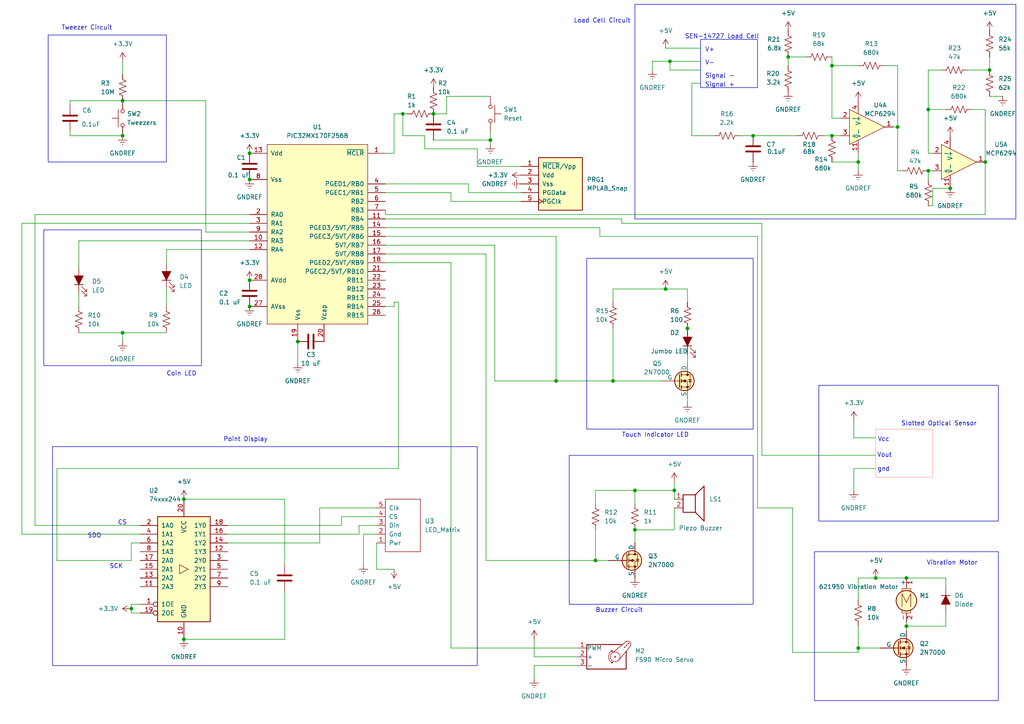
<source format=kicad_sch>
(kicad_sch (version 20231120) (generator "eeschema") (generator_version "8.0")
  (paper "A4")
  (lib_symbols
    (symbol "+3.3V_1" (power) (pin_numbers hide) (pin_names (offset 0) hide)
      (property "Value" "+3.3V" (at 0 3.556 0))
      (symbol "+3.3V_1_0_1"
        (polyline (pts (xy -0.762 1.27) (xy 0 2.54)))
        (polyline (pts (xy 0 0) (xy 0 2.54)))
        (polyline (pts (xy 0 2.54) (xy 0.762 1.27)))
      )
      (symbol "+3.3V_1_1_1"
        (pin power_in line (at 0 0 90) (length 0) (name "~") (number "1"))
      )
    )
    (symbol "+5V_1" (power) (pin_numbers hide) (pin_names (offset 0) hide)
      (property "Value" "+5V" (at 0 3.556 0))
      (symbol "+5V_1_0_1"
        (polyline (pts (xy -0.762 1.27) (xy 0 2.54)))
        (polyline (pts (xy 0 0) (xy 0 2.54)))
        (polyline (pts (xy 0 2.54) (xy 0.762 1.27)))
      )
      (symbol "+5V_1_1_1"
        (pin power_in line (at 0 0 90) (length 0) (name "~") (number "1"))
      )
    )
    (symbol "+5V_2" (power) (pin_numbers hide) (pin_names (offset 0) hide)
      (property "Value" "+5V" (at 0 3.556 0))
      (symbol "+5V_2_0_1"
        (polyline (pts (xy -0.762 1.27) (xy 0 2.54)))
        (polyline (pts (xy 0 0) (xy 0 2.54)))
        (polyline (pts (xy 0 2.54) (xy 0.762 1.27)))
      )
      (symbol "+5V_2_1_1"
        (pin power_in line (at 0 0 90) (length 0) (name "~") (number "1"))
      )
    )
    (symbol "+5V_3" (power) (pin_numbers hide) (pin_names (offset 0) hide)
      (property "Value" "+5V" (at 0 3.556 0))
      (symbol "+5V_3_0_1"
        (polyline (pts (xy -0.762 1.27) (xy 0 2.54)))
        (polyline (pts (xy 0 0) (xy 0 2.54)))
        (polyline (pts (xy 0 2.54) (xy 0.762 1.27)))
      )
      (symbol "+5V_3_1_1"
        (pin power_in line (at 0 0 90) (length 0) (name "~") (number "1"))
      )
    )
    (symbol "+5V_4" (power) (pin_numbers hide) (pin_names (offset 0) hide)
      (property "Value" "+5V" (at 0 3.556 0))
      (symbol "+5V_4_0_1"
        (polyline (pts (xy -0.762 1.27) (xy 0 2.54)))
        (polyline (pts (xy 0 0) (xy 0 2.54)))
        (polyline (pts (xy 0 2.54) (xy 0.762 1.27)))
      )
      (symbol "+5V_4_1_1"
        (pin power_in line (at 0 0 90) (length 0) (name "~") (number "1"))
      )
    )
    (symbol "GNDREF_1" (power) (pin_numbers hide) (pin_names (offset 0) hide)
      (property "Value" "GNDREF" (at 0 -3.81 0))
      (symbol "GNDREF_1_0_1"
        (polyline (pts (xy -0.635 -1.905) (xy 0.635 -1.905)))
        (polyline (pts (xy -0.127 -2.54) (xy 0.127 -2.54)))
        (polyline (pts (xy 0 -1.27) (xy 0 0)))
        (polyline (pts (xy 1.27 -1.27) (xy -1.27 -1.27)))
      )
      (symbol "GNDREF_1_1_1"
        (pin power_in line (at 0 0 270) (length 0) (name "~") (number "1"))
      )
    )
    (symbol "GNDREF_2" (power) (pin_numbers hide) (pin_names (offset 0) hide)
      (property "Value" "GNDREF" (at 0 -3.81 0))
      (symbol "GNDREF_2_0_1"
        (polyline (pts (xy -0.635 -1.905) (xy 0.635 -1.905)))
        (polyline (pts (xy -0.127 -2.54) (xy 0.127 -2.54)))
        (polyline (pts (xy 0 -1.27) (xy 0 0)))
        (polyline (pts (xy 1.27 -1.27) (xy -1.27 -1.27)))
      )
      (symbol "GNDREF_2_1_1"
        (pin power_in line (at 0 0 270) (length 0) (name "~") (number "1"))
      )
    )
    (symbol "GNDREF_3" (power) (pin_numbers hide) (pin_names (offset 0) hide)
      (property "Value" "GNDREF" (at 0 -3.81 0))
      (symbol "GNDREF_3_0_1"
        (polyline (pts (xy -0.635 -1.905) (xy 0.635 -1.905)))
        (polyline (pts (xy -0.127 -2.54) (xy 0.127 -2.54)))
        (polyline (pts (xy 0 -1.27) (xy 0 0)))
        (polyline (pts (xy 1.27 -1.27) (xy -1.27 -1.27)))
      )
      (symbol "GNDREF_3_1_1"
        (pin power_in line (at 0 0 270) (length 0) (name "~") (number "1"))
      )
    )
    (symbol "GNDREF_4" (power) (pin_numbers hide) (pin_names (offset 0) hide)
      (property "Value" "GNDREF" (at 0 -3.81 0))
      (symbol "GNDREF_4_0_1"
        (polyline (pts (xy -0.635 -1.905) (xy 0.635 -1.905)))
        (polyline (pts (xy -0.127 -2.54) (xy 0.127 -2.54)))
        (polyline (pts (xy 0 -1.27) (xy 0 0)))
        (polyline (pts (xy 1.27 -1.27) (xy -1.27 -1.27)))
      )
      (symbol "GNDREF_4_1_1"
        (pin power_in line (at 0 0 270) (length 0) (name "~") (number "1"))
      )
    )
    (symbol "GNDREF_5" (power) (pin_numbers hide) (pin_names (offset 0) hide)
      (property "Value" "GNDREF" (at 0 -3.81 0))
      (symbol "GNDREF_5_0_1"
        (polyline (pts (xy -0.635 -1.905) (xy 0.635 -1.905)))
        (polyline (pts (xy -0.127 -2.54) (xy 0.127 -2.54)))
        (polyline (pts (xy 0 -1.27) (xy 0 0)))
        (polyline (pts (xy 1.27 -1.27) (xy -1.27 -1.27)))
      )
      (symbol "GNDREF_5_1_1"
        (pin power_in line (at 0 0 270) (length 0) (name "~") (number "1"))
      )
    )
    (symbol "ME218_BaseLib:74xxx244" (pin_names (offset 1.016))
      (property "Reference" "U" (at -7.62 16.51 0))
      (property "Value" "74xxx244" (at -7.62 -16.51 0))
      (symbol "74xxx244_1_0"
        (polyline (pts (xy 1.27 0) (xy -1.27 1.27) (xy -1.27 -1.27) (xy 1.27 0)) (stroke (width 0.1524)))
        (pin input inverted (at -12.7 -10.16 0) (length 5.08) (name "1OE") (number "1"))
        (pin power_in line (at 0 -20.32 90) (length 5.08) (name "GND") (number "10"))
        (pin input line (at -12.7 -5.08 0) (length 5.08) (name "2A3") (number "11"))
        (pin output line (at 12.7 5.08 180) (length 5.08) (name "1Y3") (number "12"))
        (pin input line (at -12.7 -2.54 0) (length 5.08) (name "2A2") (number "13"))
        (pin output line (at 12.7 7.62 180) (length 5.08) (name "1Y2") (number "14"))
        (pin input line (at -12.7 0 0) (length 5.08) (name "2A1") (number "15"))
        (pin output line (at 12.7 10.16 180) (length 5.08) (name "1Y1") (number "16"))
        (pin input line (at -12.7 2.54 0) (length 5.08) (name "2A0") (number "17"))
        (pin output line (at 12.7 12.7 180) (length 5.08) (name "1Y0") (number "18"))
        (pin input inverted (at -12.7 -12.7 0) (length 5.08) (name "2OE") (number "19"))
        (pin input line (at -12.7 12.7 0) (length 5.08) (name "1A0") (number "2"))
        (pin power_in line (at 0 20.32 270) (length 5.08) (name "VCC") (number "20"))
        (pin output line (at 12.7 2.54 180) (length 5.08) (name "2Y0") (number "3"))
        (pin input line (at -12.7 10.16 0) (length 5.08) (name "1A1") (number "4"))
        (pin output line (at 12.7 0 180) (length 5.08) (name "2Y1") (number "5"))
        (pin input line (at -12.7 7.62 0) (length 5.08) (name "1A2") (number "6"))
        (pin output line (at 12.7 -2.54 180) (length 5.08) (name "2Y2") (number "7"))
        (pin input line (at -12.7 5.08 0) (length 5.08) (name "1A3") (number "8"))
        (pin output line (at 12.7 -5.08 180) (length 5.08) (name "2Y3") (number "9"))
      )
      (symbol "74xxx244_1_1"
        (rectangle (start -7.62 15.24) (end 7.62 -15.24) (stroke (width 0.254)) (fill (type background)))
      )
    )
    (symbol "ME218_BaseLib:Cap" (pin_numbers hide) (pin_names (offset 0.254))
      (property "Reference" "C" (at 0.635 2.54 0))
      (property "Value" "Cap" (at 0.635 -2.54 0))
      (symbol "Cap_0_1"
        (polyline (pts (xy -2.032 -0.762) (xy 2.032 -0.762)) (stroke (width 0.508)))
        (polyline (pts (xy -2.032 0.762) (xy 2.032 0.762)) (stroke (width 0.508)))
      )
      (symbol "Cap_1_1"
        (pin passive line (at 0 3.81 270) (length 2.794) (name "~") (number "1"))
        (pin passive line (at 0 -3.81 90) (length 2.794) (name "~") (number "2"))
      )
    )
    (symbol "ME218_BaseLib:Diode" (pin_numbers hide) (pin_names (offset 1.016) hide)
      (property "Reference" "D" (at 0 2.54 0))
      (property "Value" "Diode" (at 0 -2.54 0))
      (symbol "Diode_0_1"
        (polyline (pts (xy -1.27 1.27) (xy -1.27 -1.27)) (stroke (width 0.2032)))
        (polyline (pts (xy 1.27 0) (xy -1.27 0)))
        (polyline (pts (xy 1.27 1.27) (xy 1.27 -1.27) (xy -1.27 0) (xy 1.27 1.27)) (stroke (width 0.2032)) (fill (type outline)))
      )
      (symbol "Diode_1_1"
        (pin passive line (at -3.81 0 0) (length 2.54) (name "K") (number "1"))
        (pin passive line (at 3.81 0 180) (length 2.54) (name "A") (number "2"))
      )
    )
    (symbol "ME218_BaseLib:LED" (pin_numbers hide) (pin_names (offset 1.016) hide)
      (property "Reference" "D" (at 0 2.54 0))
      (property "Value" "LED" (at 0 -2.54 0))
      (symbol "LED_0_1"
        (polyline (pts (xy -1.27 -1.27) (xy -1.27 1.27)) (stroke (width 0.2032)))
        (polyline (pts (xy -1.27 0) (xy 1.27 0)))
        (polyline (pts (xy 1.27 -1.27) (xy 1.27 1.27) (xy -1.27 0) (xy 1.27 -1.27)) (stroke (width 0.2032)) (fill (type outline)))
        (polyline (pts (xy -3.048 -0.762) (xy -4.572 -2.286) (xy -3.81 -2.286) (xy -4.572 -2.286) (xy -4.572 -1.524)))
        (polyline (pts (xy -1.778 -0.762) (xy -3.302 -2.286) (xy -2.54 -2.286) (xy -3.302 -2.286) (xy -3.302 -1.524)))
      )
      (symbol "LED_1_1"
        (pin passive line (at -3.81 0 0) (length 2.54) (name "K") (number "1"))
        (pin passive line (at 3.81 0 180) (length 2.54) (name "A") (number "2"))
      )
    )
    (symbol "ME218_BaseLib:LED_Matrix" (pin_names (offset 1.016))
      (property "Reference" "U" (at 1.27 17.78 0))
      (property "Value" "LED_Matrix" (at 5.08 0 0))
      (symbol "LED_Matrix_0_1"
        (rectangle (start 0 16.51) (end 10.16 1.27))
      )
      (symbol "LED_Matrix_1_1"
        (pin power_in line (at 12.7 13.97 180) (length 2.54) (name "Pwr") (number "1"))
        (pin power_in line (at 12.7 11.43 180) (length 2.54) (name "Gnd") (number "2"))
        (pin input line (at 12.7 8.89 180) (length 2.54) (name "Din") (number "3"))
        (pin input line (at 12.7 6.35 180) (length 2.54) (name "CS") (number "4"))
        (pin input line (at 12.7 3.81 180) (length 2.54) (name "Clk") (number "5"))
      )
    )
    (symbol "ME218_BaseLib:MCP6294"
      (property "Reference" "U" (at 1.27 5.08 0))
      (property "Value" "MCP6294" (at 3.81 -5.08 0))
      (symbol "MCP6294_0_1"
        (polyline (pts (xy -5.08 5.08) (xy 5.08 0) (xy -5.08 -5.08) (xy -5.08 5.08)) (stroke (width 0.1524)) (fill (type background)))
        (pin power_in line (at -2.54 -7.62 90) (length 3.81) (name "V-") (number "11"))
        (pin power_in line (at -2.54 7.62 270) (length 3.81) (name "V+") (number "4"))
      )
      (symbol "MCP6294_1_1"
        (pin output line (at 7.62 0 180) (length 2.54) (name "~") (number "1"))
        (pin input line (at -7.62 2.54 0) (length 2.54) (name "-") (number "2"))
        (pin input line (at -7.62 -2.54 0) (length 2.54) (name "+") (number "3"))
      )
      (symbol "MCP6294_2_1"
        (pin input line (at -7.62 -2.54 0) (length 2.54) (name "+") (number "5"))
        (pin input line (at -7.62 2.54 0) (length 2.54) (name "-") (number "6"))
        (pin output line (at 7.62 0 180) (length 2.54) (name "~") (number "7"))
      )
      (symbol "MCP6294_3_1"
        (pin input line (at -7.62 -2.54 0) (length 2.54) (name "+") (number "10"))
        (pin output line (at 7.62 0 180) (length 2.54) (name "~") (number "8"))
        (pin input line (at -7.62 2.54 0) (length 2.54) (name "-") (number "9"))
      )
      (symbol "MCP6294_4_1"
        (pin input line (at -7.62 -2.54 0) (length 2.54) (name "+") (number "12"))
        (pin input line (at -7.62 2.54 0) (length 2.54) (name "-") (number "13"))
        (pin output line (at 7.62 0 180) (length 2.54) (name "~") (number "14"))
      )
    )
    (symbol "ME218_BaseLib:MOSFET-N" (pin_numbers hide) (pin_names (offset 0))
      (property "Reference" "Q" (at 5.08 1.27 0))
      (property "Value" "MOSFET-N" (at 5.08 -1.27 0))
      (symbol "MOSFET-N_0_1"
        (polyline (pts (xy 0.0508 0) (xy 0.254 0)))
        (polyline (pts (xy 0.762 -1.778) (xy 2.54 -1.778)))
        (polyline (pts (xy 0.762 -1.27) (xy 0.762 -2.286)) (stroke (width 0.254)))
        (polyline (pts (xy 0.762 0) (xy 2.54 0)))
        (polyline (pts (xy 0.762 0.508) (xy 0.762 -0.508)) (stroke (width 0.254)))
        (polyline (pts (xy 0.762 1.778) (xy 2.54 1.778)))
        (polyline (pts (xy 0.762 2.286) (xy 0.762 1.27)) (stroke (width 0.254)))
        (polyline (pts (xy 2.54 -1.778) (xy 2.54 -2.54)))
        (polyline (pts (xy 2.54 -1.778) (xy 2.54 0)))
        (polyline (pts (xy 2.54 2.54) (xy 2.54 1.778)))
        (polyline (pts (xy 0.254 1.905) (xy 0.254 -1.905) (xy 0.254 -1.905)) (stroke (width 0.254)))
        (polyline (pts (xy 1.016 0) (xy 2.032 0.381) (xy 2.032 -0.381) (xy 1.016 0)) (fill (type outline)))
        (polyline (pts (xy 2.54 -1.778) (xy 3.302 -1.778) (xy 3.302 1.778) (xy 2.54 1.778)))
        (polyline (pts (xy 2.794 0.508) (xy 2.921 0.381) (xy 3.683 0.381) (xy 3.81 0.254)))
        (polyline (pts (xy 3.302 0.381) (xy 2.921 -0.254) (xy 3.683 -0.254) (xy 3.302 0.381)))
        (circle (center 1.651 0) (radius 2.8194) (stroke (width 0.254)) (fill (type background)))
        (circle (center 2.54 -1.778) (radius 0.2794) (fill (type outline)))
        (circle (center 2.54 1.778) (radius 0.2794) (fill (type outline)))
      )
      (symbol "MOSFET-N_1_1"
        (pin passive line (at 2.54 5.08 270) (length 2.54) (name "D") (number "1"))
        (pin input line (at -5.08 0 0) (length 5.08) (name "G") (number "2"))
        (pin passive line (at 2.54 -5.08 90) (length 2.54) (name "S") (number "3"))
      )
    )
    (symbol "ME218_BaseLib:MPLAB_Snap" (pin_names (offset 1.016))
      (property "Reference" "PRG" (at 0 8.89 0))
      (property "Value" "MPLAB_Snap" (at 8.89 1.27 90))
      (symbol "MPLAB_Snap_0_1"
        (rectangle (start -6.35 7.62) (end 6.35 -7.62) (stroke (width 0.254)) (fill (type background)))
      )
      (symbol "MPLAB_Snap_1_1"
        (pin output line (at -11.43 5.08 0) (length 5.08) (name "~{MCLR}/Vpp") (number "1"))
        (pin input line (at -11.43 2.54 0) (length 5.08) (name "Vdd") (number "2"))
        (pin input line (at -11.43 0 0) (length 5.08) (name "Vss") (number "3"))
        (pin bidirectional line (at -11.43 -2.54 0) (length 5.08) (name "PGData") (number "4"))
        (pin output clock (at -11.43 -5.08 0) (length 5.08) (name "PGClk") (number "5"))
        (pin no_connect line (at -2.54 -11.43 0) (length 5.08) hide (name "NC") (number "6"))
        (pin no_connect line (at -2.54 -13.97 0) (length 5.08) hide (name "NC") (number "7"))
        (pin no_connect line (at -2.54 -16.51 0) (length 5.08) hide (name "NC") (number "8"))
      )
    )
    (symbol "ME218_BaseLib:Motor" (pin_names (offset 0))
      (property "Reference" "M" (at 2.54 2.54 0))
      (property "Value" "Motor" (at 2.54 -5.08 0))
      (symbol "Motor_0_0"
        (circle (center 0 -1.524) (radius 2.9718) (stroke (width 0.254)) (fill (type background)))
        (polyline (pts (xy -1.27 -4.318) (xy -1.27 -5.08) (xy 1.27 -5.08) (xy 1.27 -4.318)) (fill (type background)))
        (polyline (pts (xy -1.27 1.27) (xy -1.27 2.032) (xy 1.27 2.032) (xy 1.27 1.27)) (fill (type background)))
        (polyline (pts (xy -1.27 -3.302) (xy -1.27 0.508) (xy 0 -2.032) (xy 1.27 0.508) (xy 1.27 -3.302)))
      )
      (symbol "Motor_0_1"
        (polyline (pts (xy 0 2.032) (xy 0 2.54)))
      )
      (symbol "Motor_1_1"
        (pin passive line (at 0 5.08 270) (length 2.54) (name "+") (number "1"))
        (pin passive line (at 0 -7.62 90) (length 2.54) (name "-") (number "2"))
      )
    )
    (symbol "ME218_BaseLib:Motor_Servo" (pin_names (offset 0.0254))
      (property "Reference" "M" (at -5.08 4.445 0))
      (property "Value" "Motor_Servo" (at -5.08 -4.064 0))
      (symbol "Motor_Servo_0_1"
        (polyline (pts (xy 2.413 -1.778) (xy 2.032 -1.778)))
        (polyline (pts (xy 2.413 -1.778) (xy 2.286 -1.397)))
        (polyline (pts (xy 2.413 1.778) (xy 1.905 1.778)))
        (polyline (pts (xy 2.413 1.778) (xy 2.286 1.397)))
        (polyline (pts (xy 6.35 4.445) (xy 2.54 1.27)))
        (polyline (pts (xy 7.62 3.175) (xy 4.191 -1.016)))
        (polyline (pts (xy 5.08 3.556) (xy -5.08 3.556) (xy -5.08 -3.556) (xy 6.35 -3.556) (xy 6.35 1.524)) (stroke (width 0.254)))
        (arc (start 2.413 1.778) (mid 1.2406 0) (end 2.413 -1.778))
        (circle (center 3.175 0) (radius 0.1778))
        (circle (center 3.175 0) (radius 1.4224))
        (circle (center 5.969 2.794) (radius 0.127))
        (circle (center 6.477 3.302) (radius 0.127))
        (circle (center 6.985 3.81) (radius 0.127))
        (arc (start 7.62 3.175) (mid 7.4485 4.2735) (end 6.35 4.445))
      )
      (symbol "Motor_Servo_1_1"
        (pin passive line (at -7.62 2.54 0) (length 2.54) (name "PWM") (number "1"))
        (pin passive line (at -7.62 0 0) (length 2.54) (name "+") (number "2"))
        (pin passive line (at -7.62 -2.54 0) (length 2.54) (name "-") (number "3"))
      )
    )
    (symbol "ME218_BaseLib:PIC32MX170F256B" (pin_names (offset 1.016))
      (property "Reference" "U" (at -20.32 25.4 0))
      (property "Value" "PIC32MX170F256B" (at -7.62 25.4 0))
      (symbol "PIC32MX170F256B_0_1"
        (rectangle (start -21.59 24.13) (end 7.62 -27.94) (fill (type background)))
      )
      (symbol "PIC32MX170F256B_1_1"
        (pin input line (at 12.7 21.59 180) (length 5.08) (name "~{MCLR}") (number "1"))
        (pin bidirectional line (at -26.67 -3.81 0) (length 5.08) (name "RA3") (number "10"))
        (pin bidirectional line (at 12.7 2.54 180) (length 5.08) (name "RB4") (number "11"))
        (pin bidirectional line (at -26.67 -6.35 0) (length 5.08) (name "RA4") (number "12"))
        (pin power_in line (at -26.67 21.59 0) (length 5.08) (name "Vdd") (number "13"))
        (pin bidirectional line (at 12.7 0 180) (length 5.08) (name "PGED3/5VT/RB5") (number "14"))
        (pin bidirectional line (at 12.7 -2.54 180) (length 5.08) (name "PGEC3/5VT/RB6") (number "15"))
        (pin bidirectional line (at 12.7 -5.08 180) (length 5.08) (name "5VT/RB7") (number "16"))
        (pin bidirectional line (at 12.7 -7.62 180) (length 5.08) (name "5VT/RB8") (number "17"))
        (pin bidirectional line (at 12.7 -10.16 180) (length 5.08) (name "PGED2/5VT/RB9") (number "18"))
        (pin power_in line (at -12.7 -33.02 90) (length 5.08) (name "Vss") (number "19"))
        (pin bidirectional line (at -26.67 3.81 0) (length 5.08) (name "RA0") (number "2"))
        (pin input line (at -5.08 -33.02 90) (length 5.08) (name "Vcap") (number "20"))
        (pin bidirectional line (at 12.7 -12.7 180) (length 5.08) (name "PGEC2/5VT/RB10") (number "21"))
        (pin bidirectional line (at 12.7 -15.24 180) (length 5.08) (name "RB11") (number "22"))
        (pin bidirectional line (at 12.7 -17.78 180) (length 5.08) (name "RB12") (number "23"))
        (pin bidirectional line (at 12.7 -20.32 180) (length 5.08) (name "RB13") (number "24"))
        (pin bidirectional line (at 12.7 -22.86 180) (length 5.08) (name "RB14") (number "25"))
        (pin bidirectional line (at 12.7 -25.4 180) (length 5.08) (name "RB15") (number "26"))
        (pin power_in line (at -26.67 -22.86 0) (length 5.08) (name "AVss") (number "27"))
        (pin power_in line (at -26.67 -15.24 0) (length 5.08) (name "AVdd") (number "28"))
        (pin bidirectional line (at -26.67 1.27 0) (length 5.08) (name "RA1") (number "3"))
        (pin bidirectional line (at 12.7 12.7 180) (length 5.08) (name "PGED1/RB0") (number "4"))
        (pin bidirectional line (at 12.7 10.16 180) (length 5.08) (name "PGEC1/RB1") (number "5"))
        (pin bidirectional line (at 12.7 7.62 180) (length 5.08) (name "RB2") (number "6"))
        (pin bidirectional line (at 12.7 5.08 180) (length 5.08) (name "RB3") (number "7"))
        (pin power_in line (at -26.67 13.97 0) (length 5.08) (name "Vss") (number "8"))
        (pin bidirectional line (at -26.67 -1.27 0) (length 5.08) (name "RA2") (number "9"))
      )
    )
    (symbol "ME218_BaseLib:Res1" (pin_numbers hide) (pin_names (offset 0))
      (property "Reference" "R" (at 2.54 0 90))
      (property "Value" "Res1" (at -2.54 0 90))
      (symbol "Res1_0_1"
        (polyline (pts (xy 0 -2.286) (xy 0 -2.54)))
        (polyline (pts (xy 0 2.286) (xy 0 2.54)))
        (polyline (pts (xy 0 -0.762) (xy 1.016 -1.143) (xy 0 -1.524) (xy -1.016 -1.905) (xy 0 -2.286)))
        (polyline (pts (xy 0 0.762) (xy 1.016 0.381) (xy 0 0) (xy -1.016 -0.381) (xy 0 -0.762)))
        (polyline (pts (xy 0 2.286) (xy 1.016 1.905) (xy 0 1.524) (xy -1.016 1.143) (xy 0 0.762)))
      )
      (symbol "Res1_1_1"
        (pin passive line (at 0 3.81 270) (length 1.27) (name "~") (number "1"))
        (pin passive line (at 0 -3.81 90) (length 1.27) (name "~") (number "2"))
      )
    )
    (symbol "ME218_BaseLib:SW-PB" (pin_numbers hide) (pin_names (offset 1.016) hide)
      (property "Reference" "SW" (at 1.27 2.54 0))
      (property "Value" "SW-PB" (at 0 -1.524 0))
      (symbol "SW-PB_0_1"
        (circle (center -2.032 0) (radius 0.508))
        (polyline (pts (xy 0 1.27) (xy 0 3.048)))
        (polyline (pts (xy 2.54 1.27) (xy -2.54 1.27)))
        (circle (center 2.032 0) (radius 0.508))
        (pin passive line (at -5.08 0 0) (length 2.54) (name "1") (number "1"))
        (pin passive line (at 5.08 0 180) (length 2.54) (name "2") (number "2"))
      )
    )
    (symbol "ME218_BaseLib:Speaker" (pin_names (offset 0) hide)
      (property "Reference" "LS" (at 1.27 5.715 0))
      (property "Value" "Speaker" (at 1.27 3.81 0))
      (symbol "Speaker_0_0"
        (rectangle (start -2.54 1.27) (end 1.016 -3.81) (stroke (width 0.254)))
        (polyline (pts (xy 1.016 1.27) (xy 3.556 3.81) (xy 3.556 -6.35) (xy 1.016 -3.81)) (stroke (width 0.254)))
      )
      (symbol "Speaker_1_1"
        (pin input line (at -5.08 0 0) (length 2.54) (name "1") (number "1"))
        (pin input line (at -5.08 -2.54 0) (length 2.54) (name "2") (number "2"))
      )
    )
    (symbol "power:+3.3V" (power) (pin_names (offset 0))
      (property "Value" "+3.3V" (at 0 3.556 0))
      (symbol "+3.3V_0_1"
        (polyline (pts (xy -0.762 1.27) (xy 0 2.54)))
        (polyline (pts (xy 0 0) (xy 0 2.54)))
        (polyline (pts (xy 0 2.54) (xy 0.762 1.27)))
      )
      (symbol "+3.3V_1_1"
        (pin power_in line (at 0 0 90) (length 0) hide (name "+3.3V") (number "1"))
      )
    )
    (symbol "power:+5V" (power) (pin_names (offset 0))
      (property "Value" "+5V" (at 0 3.556 0))
      (symbol "+5V_0_1"
        (polyline (pts (xy -0.762 1.27) (xy 0 2.54)))
        (polyline (pts (xy 0 0) (xy 0 2.54)))
        (polyline (pts (xy 0 2.54) (xy 0.762 1.27)))
      )
      (symbol "+5V_1_1"
        (pin power_in line (at 0 0 90) (length 0) hide (name "+5V") (number "1"))
      )
    )
    (symbol "power:GNDREF" (power) (pin_names (offset 0))
      (property "Value" "GNDREF" (at 0 -3.81 0))
      (symbol "GNDREF_0_1"
        (polyline (pts (xy -0.635 -1.905) (xy 0.635 -1.905)))
        (polyline (pts (xy -0.127 -2.54) (xy 0.127 -2.54)))
        (polyline (pts (xy 0 -1.27) (xy 0 0)))
        (polyline (pts (xy 1.27 -1.27) (xy -1.27 -1.27)))
      )
      (symbol "GNDREF_1_1"
        (pin power_in line (at 0 0 270) (length 0) hide (name "GNDREF") (number "1"))
      )
    )
  )
  (junction (at 35.56 29.21))
  (junction (at 72.39 88.9))
  (junction (at 35.56 39.37))
  (junction (at 248.92 46.99))
  (junction (at 228.6 16.51))
  (junction (at 177.8 110.49))
  (junction (at 125.73 33.02))
  (junction (at 218.44 39.37))
  (junction (at 254 167.64))
  (junction (at 184.15 142.24))
  (junction (at 172.72 162.56))
  (junction (at 35.56 96.52))
  (junction (at 72.39 81.28))
  (junction (at 72.39 52.07))
  (junction (at 53.34 185.42))
  (junction (at 275.59 54.61))
  (junction (at 248.92 187.96))
  (junction (at 269.24 49.53))
  (junction (at 262.89 181.61))
  (junction (at 38.1 176.53))
  (junction (at 285.75 46.99))
  (junction (at 193.04 83.82))
  (junction (at 116.84 33.02))
  (junction (at 262.89 167.64))
  (junction (at 260.35 36.83))
  (junction (at 287.02 20.32))
  (junction (at 184.15 153.67))
  (junction (at 72.39 44.45))
  (junction (at 53.34 144.78))
  (junction (at 161.29 110.49))
  (junction (at 199.39 95.25))
  (junction (at 142.24 40.64))
  (junction (at 269.24 31.75))
  (junction (at 195.58 142.24))
  (junction (at 241.3 39.37))
  (junction (at 194.31 17.78))
  (junction (at 241.3 19.05))
  (junction (at 86.36 99.06))
  (wire (pts (xy 142.24 40.64) (xy 142.24 41.91)))
  (wire (pts (xy 72.39 62.23) (xy 10.16 62.23)))
  (wire (pts (xy 199.39 102.87) (xy 199.39 105.41)))
  (wire (pts (xy 191.77 110.49) (xy 177.8 110.49)))
  (wire (pts (xy 241.3 19.05) (xy 248.92 19.05)))
  (wire (pts (xy 111.76 73.66) (xy 140.97 73.66)))
  (wire (pts (xy 269.24 52.07) (xy 269.24 49.53)))
  (wire (pts (xy 229.87 147.32) (xy 229.87 189.23)))
  (wire (pts (xy 274.32 181.61) (xy 262.89 181.61)))
  (wire (pts (xy 109.22 154.94) (xy 105.41 154.94)))
  (wire (pts (xy 241.3 34.29) (xy 243.84 34.29)))
  (wire (pts (xy 82.55 163.83) (xy 82.55 144.78)))
  (wire (pts (xy 115.57 135.89) (xy 115.57 87.63)))
  (wire (pts (xy 269.24 44.45) (xy 269.24 31.75)))
  (wire (pts (xy 161.29 110.49) (xy 177.8 110.49)))
  (wire (pts (xy 154.94 193.04) (xy 154.94 196.85)))
  (wire (pts (xy 269.24 59.69) (xy 270.51 59.69)))
  (wire (pts (xy 154.94 190.5) (xy 167.64 190.5)))
  (wire (pts (xy 199.39 95.25) (xy 199.39 97.79)))
  (wire (pts (xy 199.39 83.82) (xy 193.04 83.82)))
  (wire (pts (xy 173.99 66.04) (xy 111.76 66.04)))
  (wire (pts (xy 248.92 189.23) (xy 248.92 187.96)))
  (wire (pts (xy 82.55 144.78) (xy 53.34 144.78)))
  (wire (pts (xy 220.98 64.77) (xy 220.98 132.08)))
  (wire (pts (xy 143.51 71.12) (xy 143.51 110.49)))
  (wire (pts (xy 22.86 85.09) (xy 22.86 88.9)))
  (wire (pts (xy 260.35 36.83) (xy 259.08 36.83)))
  (wire (pts (xy 280.67 20.32) (xy 287.02 20.32)))
  (wire (pts (xy 92.71 147.32) (xy 109.22 147.32)))
  (wire (pts (xy 262.89 180.34) (xy 262.89 181.61)))
  (wire (pts (xy 22.86 69.85) (xy 22.86 77.47)))
  (wire (pts (xy 269.24 49.53) (xy 270.51 49.53)))
  (wire (pts (xy 241.3 19.05) (xy 241.3 34.29)))
  (wire (pts (xy 195.58 142.24) (xy 184.15 142.24)))
  (wire (pts (xy 142.24 27.94) (xy 129.54 27.94)))
  (wire (pts (xy 114.3 87.63) (xy 114.3 88.9)))
  (wire (pts (xy 114.3 44.45) (xy 111.76 44.45)))
  (wire (pts (xy 254 135.89) (xy 247.65 135.89)))
  (wire (pts (xy 22.86 69.85) (xy 72.39 69.85)))
  (wire (pts (xy 99.06 152.4) (xy 99.06 149.86)))
  (wire (pts (xy 40.64 175.26) (xy 38.1 175.26)))
  (wire (pts (xy 262.89 181.61) (xy 262.89 182.88)))
  (wire (pts (xy 270.51 59.69) (xy 270.51 54.61)))
  (wire (pts (xy 16.51 135.89) (xy 115.57 135.89)))
  (wire (pts (xy 135.89 53.34) (xy 135.89 55.88)))
  (wire (pts (xy 219.71 68.58) (xy 173.99 68.58)))
  (wire (pts (xy 130.81 76.2) (xy 130.81 187.96)))
  (wire (pts (xy 104.14 152.4) (xy 109.22 152.4)))
  (wire (pts (xy 200.66 24.13) (xy 203.2 24.13)))
  (wire (pts (xy 20.32 29.21) (xy 35.56 29.21)))
  (wire (pts (xy 135.89 55.88) (xy 151.13 55.88)))
  (wire (pts (xy 248.92 167.64) (xy 248.92 173.99)))
  (wire (pts (xy 269.24 31.75) (xy 269.24 20.32)))
  (wire (pts (xy 195.58 139.7) (xy 195.58 142.24)))
  (wire (pts (xy 180.34 63.5) (xy 111.76 63.5)))
  (wire (pts (xy 285.75 31.75) (xy 285.75 46.99)))
  (wire (pts (xy 130.81 58.42) (xy 151.13 58.42)))
  (wire (pts (xy 116.84 33.02) (xy 116.84 39.37)))
  (wire (pts (xy 184.15 142.24) (xy 184.15 146.05)))
  (wire (pts (xy 6.35 64.77) (xy 72.39 64.77)))
  (wire (pts (xy 254 127) (xy 247.65 127)))
  (wire (pts (xy 48.26 76.2) (xy 48.26 72.39)))
  (wire (pts (xy 194.31 20.32) (xy 203.2 20.32)))
  (wire (pts (xy 200.66 39.37) (xy 207.01 39.37)))
  (wire (pts (xy 154.94 185.42) (xy 154.94 190.5)))
  (wire (pts (xy 48.26 83.82) (xy 48.26 88.9)))
  (wire (pts (xy 200.66 39.37) (xy 200.66 24.13)))
  (wire (pts (xy 161.29 68.58) (xy 161.29 110.49)))
  (wire (pts (xy 287.02 16.51) (xy 287.02 20.32)))
  (wire (pts (xy 10.16 62.23) (xy 10.16 152.4)))
  (wire (pts (xy 199.39 115.57) (xy 199.39 116.84)))
  (wire (pts (xy 254 167.64) (xy 262.89 167.64)))
  (wire (pts (xy 72.39 67.31) (xy 59.69 67.31)))
  (wire (pts (xy 177.8 87.63) (xy 177.8 83.82)))
  (wire (pts (xy 59.69 29.21) (xy 35.56 29.21)))
  (wire (pts (xy 189.23 17.78) (xy 189.23 20.32)))
  (wire (pts (xy 287.02 27.94) (xy 290.83 27.94)))
  (wire (pts (xy 248.92 181.61) (xy 248.92 187.96)))
  (wire (pts (xy 123.19 39.37) (xy 123.19 43.18)))
  (wire (pts (xy 111.76 53.34) (xy 135.89 53.34)))
  (wire (pts (xy 241.3 46.99) (xy 248.92 46.99)))
  (wire (pts (xy 189.23 17.78) (xy 194.31 17.78)))
  (wire (pts (xy 105.41 154.94) (xy 105.41 163.83)))
  (wire (pts (xy 260.35 49.53) (xy 261.62 49.53)))
  (wire (pts (xy 111.76 62.23) (xy 285.75 62.23)))
  (wire (pts (xy 247.65 135.89) (xy 247.65 142.24)))
  (wire (pts (xy 173.99 68.58) (xy 173.99 66.04)))
  (wire (pts (xy 114.3 33.02) (xy 116.84 33.02)))
  (wire (pts (xy 172.72 153.67) (xy 172.72 162.56)))
  (wire (pts (xy 138.43 48.26) (xy 151.13 48.26)))
  (wire (pts (xy 104.14 154.94) (xy 104.14 152.4)))
  (wire (pts (xy 241.3 16.51) (xy 241.3 19.05)))
  (wire (pts (xy 66.04 152.4) (xy 99.06 152.4)))
  (wire (pts (xy 114.3 165.1) (xy 109.22 165.1)))
  (wire (pts (xy 270.51 54.61) (xy 275.59 54.61)))
  (wire (pts (xy 111.76 68.58) (xy 161.29 68.58)))
  (wire (pts (xy 172.72 146.05) (xy 172.72 142.24)))
  (wire (pts (xy 6.35 154.94) (xy 40.64 154.94)))
  (wire (pts (xy 35.56 96.52) (xy 48.26 96.52)))
  (wire (pts (xy 40.64 157.48) (xy 38.1 157.48)))
  (wire (pts (xy 172.72 162.56) (xy 140.97 162.56)))
  (wire (pts (xy 274.32 170.18) (xy 274.32 167.64)))
  (wire (pts (xy 269.24 20.32) (xy 273.05 20.32)))
  (wire (pts (xy 219.71 147.32) (xy 229.87 147.32)))
  (wire (pts (xy 285.75 62.23) (xy 285.75 46.99)))
  (wire (pts (xy 260.35 36.83) (xy 260.35 49.53)))
  (wire (pts (xy 167.64 193.04) (xy 154.94 193.04)))
  (wire (pts (xy 260.35 19.05) (xy 260.35 36.83)))
  (wire (pts (xy 195.58 147.32) (xy 195.58 153.67)))
  (wire (pts (xy 114.3 33.02) (xy 114.3 44.45)))
  (wire (pts (xy 143.51 110.49) (xy 161.29 110.49)))
  (wire (pts (xy 115.57 87.63) (xy 114.3 87.63)))
  (wire (pts (xy 22.86 96.52) (xy 35.56 96.52)))
  (wire (pts (xy 38.1 177.8) (xy 38.1 176.53)))
  (wire (pts (xy 111.76 62.23) (xy 111.76 60.96)))
  (wire (pts (xy 172.72 142.24) (xy 184.15 142.24)))
  (wire (pts (xy 99.06 149.86) (xy 109.22 149.86)))
  (wire (pts (xy 274.32 177.8) (xy 274.32 181.61)))
  (wire (pts (xy 129.54 33.02) (xy 125.73 33.02)))
  (wire (pts (xy 241.3 39.37) (xy 243.84 39.37)))
  (wire (pts (xy 248.92 167.64) (xy 254 167.64)))
  (wire (pts (xy 195.58 153.67) (xy 184.15 153.67)))
  (wire (pts (xy 20.32 38.1) (xy 20.32 39.37)))
  (wire (pts (xy 38.1 175.26) (xy 38.1 176.53)))
  (wire (pts (xy 82.55 185.42) (xy 82.55 171.45)))
  (wire (pts (xy 116.84 39.37) (xy 123.19 39.37)))
  (wire (pts (xy 10.16 152.4) (xy 40.64 152.4)))
  (wire (pts (xy 16.51 162.56) (xy 38.1 162.56)))
  (wire (pts (xy 194.31 20.32) (xy 194.31 17.78)))
  (wire (pts (xy 123.19 43.18) (xy 138.43 43.18)))
  (wire (pts (xy 220.98 132.08) (xy 254 132.08)))
  (wire (pts (xy 66.04 154.94) (xy 104.14 154.94)))
  (wire (pts (xy 248.92 49.53) (xy 248.92 46.99)))
  (wire (pts (xy 195.58 142.24) (xy 195.58 144.78)))
  (wire (pts (xy 92.71 157.48) (xy 92.71 147.32)))
  (wire (pts (xy 35.56 96.52) (xy 35.56 99.06)))
  (wire (pts (xy 130.81 58.42) (xy 130.81 55.88)))
  (wire (pts (xy 138.43 43.18) (xy 138.43 48.26)))
  (wire (pts (xy 130.81 55.88) (xy 111.76 55.88)))
  (wire (pts (xy 20.32 29.21) (xy 20.32 30.48)))
  (wire (pts (xy 269.24 31.75) (xy 274.32 31.75)))
  (wire (pts (xy 48.26 72.39) (xy 72.39 72.39)))
  (wire (pts (xy 16.51 162.56) (xy 16.51 135.89)))
  (wire (pts (xy 20.32 39.37) (xy 35.56 39.37)))
  (wire (pts (xy 256.54 19.05) (xy 260.35 19.05)))
  (wire (pts (xy 248.92 46.99) (xy 248.92 44.45)))
  (wire (pts (xy 111.76 71.12) (xy 143.51 71.12)))
  (wire (pts (xy 228.6 16.51) (xy 228.6 19.05)))
  (wire (pts (xy 220.98 64.77) (xy 180.34 64.77)))
  (wire (pts (xy 177.8 95.25) (xy 177.8 110.49)))
  (wire (pts (xy 129.54 27.94) (xy 129.54 33.02)))
  (wire (pts (xy 140.97 162.56) (xy 140.97 73.66)))
  (wire (pts (xy 247.65 121.92) (xy 247.65 127)))
  (wire (pts (xy 38.1 157.48) (xy 38.1 162.56)))
  (wire (pts (xy 53.34 185.42) (xy 82.55 185.42)))
  (wire (pts (xy 214.63 39.37) (xy 218.44 39.37)))
  (wire (pts (xy 274.32 167.64) (xy 262.89 167.64)))
  (wire (pts (xy 130.81 187.96) (xy 167.64 187.96)))
  (wire (pts (xy 270.51 44.45) (xy 269.24 44.45)))
  (wire (pts (xy 125.73 40.64) (xy 142.24 40.64)))
  (wire (pts (xy 199.39 87.63) (xy 199.39 83.82)))
  (wire (pts (xy 218.44 39.37) (xy 231.14 39.37)))
  (wire (pts (xy 219.71 68.58) (xy 219.71 147.32)))
  (wire (pts (xy 66.04 157.48) (xy 92.71 157.48)))
  (wire (pts (xy 193.04 13.97) (xy 203.2 13.97)))
  (wire (pts (xy 116.84 33.02) (xy 118.11 33.02)))
  (wire (pts (xy 142.24 38.1) (xy 142.24 40.64)))
  (wire (pts (xy 114.3 88.9) (xy 111.76 88.9)))
  (wire (pts (xy 109.22 165.1) (xy 109.22 157.48)))
  (wire (pts (xy 172.72 162.56) (xy 176.53 162.56)))
  (wire (pts (xy 6.35 64.77) (xy 6.35 154.94)))
  (wire (pts (xy 59.69 67.31) (xy 59.69 29.21)))
  (wire (pts (xy 194.31 17.78) (xy 203.2 17.78)))
  (wire (pts (xy 184.15 153.67) (xy 184.15 157.48)))
  (wire (pts (xy 111.76 76.2) (xy 130.81 76.2)))
  (wire (pts (xy 281.94 31.75) (xy 285.75 31.75)))
  (wire (pts (xy 180.34 64.77) (xy 180.34 63.5)))
  (wire (pts (xy 40.64 177.8) (xy 38.1 177.8)))
  (wire (pts (xy 86.36 99.06) (xy 86.36 105.41)))
  (wire (pts (xy 229.87 189.23) (xy 248.92 189.23)))
  (wire (pts (xy 177.8 83.82) (xy 193.04 83.82)))
  (wire (pts (xy 248.92 187.96) (xy 255.27 187.96)))
  (wire (pts (xy 35.56 17.78) (xy 35.56 21.59)))
  (wire (pts (xy 125.73 33.02) (xy 125.73 36.83)))
  (wire (pts (xy 228.6 16.51) (xy 233.68 16.51)))
  (wire (pts (xy 238.76 39.37) (xy 241.3 39.37)))
  (rectangle (start 165.1 132.08) (end 218.44 175.26))
  (rectangle (start 203.2 11.43) (end 219.71 25.4))
  (rectangle (start 236.22 160.02) (end 289.56 203.2))
  (rectangle (start 237.49 111.76) (end 289.56 151.13))
  (rectangle (start 254 124.46) (end 270.51 138.43) (stroke (width 0.0762) (color 255 87 73 1)))
  (rectangle (start 15.24 129.54) (end 138.43 193.04))
  (rectangle (start 184.15 1.27) (end 294.64 63.5))
  (rectangle (start 12.7 66.675) (end 58.42 106.045))
  (rectangle (start 13.97 10.16) (end 48.26 46.99))
  (rectangle (start 170.18 74.93) (end 218.44 124.46))
  (text "Tweezer Circuit" (at 17.78 8.89 0) (effects (font (size 1.27 1.27)) (justify left bottom)))
  (text "Load Cell Circuit" (at 166.37 6.858 0) (effects (font (size 1.27 1.27)) (justify left bottom)))
  (text "Signal -\n" (at 204.47 22.86 0) (effects (font (size 1.27 1.27)) (justify left bottom)))
  (text "SEN-14727 Load Cell" (at 198.628 11.43 0) (effects (font (size 1.27 1.27)) (justify left bottom)))
  (text "CS" (at 36.83 152.4 0) (effects (font (size 1.27 1.27)) (justify right bottom)))
  (text "Coin LED" (at 48.26 109.22 0) (effects (font (size 1.27 1.27)) (justify left bottom)))
  (text "gnd" (at 256.286 136.144 0) (effects (font (size 1.27 1.27))))
  (text "Slotted Optical Sensor" (at 261.366 123.698 0) (effects (font (size 1.27 1.27)) (justify left bottom)))
  (text "Buzzer Circuit" (at 172.72 177.8 0) (effects (font (size 1.27 1.27)) (justify left bottom)))
  (text "Touch Indicator LED" (at 180.34 127 0) (effects (font (size 1.27 1.27)) (justify left bottom)))
  (text "Signal +" (at 204.47 25.4 0) (effects (font (size 1.27 1.27)) (justify left bottom)))
  (text "SDO\n" (at 25.4 156.21 0) (effects (font (size 1.27 1.27)) (justify left bottom)))
  (text "V-" (at 204.47 19.05 0) (effects (font (size 1.27 1.27)) (justify left bottom)))
  (text "V+" (at 204.47 15.24 0) (effects (font (size 1.27 1.27)) (justify left bottom)))
  (text "Vout" (at 256.54 132.08 0) (effects (font (size 1.27 1.27))))
  (text "Vcc" (at 256.286 127.508 0) (effects (font (size 1.27 1.27))))
  (text "Point Display" (at 64.77 128.27 0) (effects (font (size 1.27 1.27)) (justify left bottom)))
  (text "SCK" (at 31.75 165.1 0) (effects (font (size 1.27 1.27)) (justify left bottom)))
  (text "Vibration Motor" (at 268.732 164.084 0) (effects (font (size 1.27 1.27)) (justify left bottom)))
  (symbol (lib_id "ME218_BaseLib:Cap") (at 90.17 99.06 90) (unit 1)
    (property "Reference" "C3" (at 90.17 102.87 90))
    (property "Value" "10 uF" (at 90.17 105.41 90))
  )
  (symbol (lib_id "ME218_BaseLib:MOSFET-N") (at 260.35 187.96 0) (unit 1)
    (property "Reference" "Q2" (at 266.7 186.69 0) (effects (justify left)))
    (property "Value" "2N7000" (at 266.7 189.23 0) (effects (justify left)))
  )
  (symbol (lib_id "ME218_BaseLib:Cap") (at 82.55 167.64 0) (unit 1)
    (property "Reference" "C5" (at 72.39 166.37 0) (effects (justify left)))
    (property "Value" "0.1 uF" (at 72.39 168.91 0) (effects (justify left)))
  )
  (symbol (lib_id "ME218_BaseLib:Res1") (at 210.82 39.37 90) (unit 1)
    (property "Reference" "R16" (at 210.82 33.02 90))
    (property "Value" "2.2k" (at 210.82 35.56 90))
  )
  (symbol (lib_id "ME218_BaseLib:MCP6294") (at 251.46 36.83 0) (unit 1)
    (property "Reference" "U4" (at 255.27 30.48 0))
    (property "Value" "MCP6294" (at 255.27 33.02 0))
  )
  (symbol (lib_id "power:+3.3V") (at 72.39 44.45 0) (unit 1)
    (property "Reference" "#PWR01" (effects (hide yes)))
    (property "Value" "+3.3V" (at 72.39 39.37 0))
  )
  (symbol (lib_name "+5V_4") (lib_id "power:+5V") (at 193.04 13.97 0) (unit 1)
    (property "Reference" "#PWR025" (effects (hide yes)))
    (property "Value" "+5V" (at 193.04 8.89 0))
    (property "Description" "Power symbol creates a global label with name \"+5V\"" (effects (hide yes)))
  )
  (symbol (lib_id "ME218_BaseLib:LED_Matrix") (at 121.92 143.51 180) (unit 1)
    (property "Reference" "U3" (at 123.19 151.13 0) (effects (justify right)))
    (property "Value" "LED_Matrix" (at 123.19 153.67 0) (effects (justify right)))
  )
  (symbol (lib_id "ME218_BaseLib:Cap") (at 72.39 48.26 0) (unit 1)
    (property "Reference" "C1" (at 68.58 45.72 0) (effects (justify left)))
    (property "Value" "0.1 uF" (at 66.04 50.8 0) (effects (justify left)))
  )
  (symbol (lib_id "ME218_BaseLib:MCP6294") (at 278.13 46.99 0) (unit 1)
    (property "Reference" "U5" (at 290.322 41.91 0))
    (property "Value" "MCP6294" (at 290.322 44.45 0))
  )
  (symbol (lib_id "ME218_BaseLib:MOSFET-N") (at 196.85 110.49 0) (unit 1)
    (property "Reference" "Q5" (at 189.23 105.41 0) (effects (justify left)))
    (property "Value" "2N7000" (at 186.69 107.95 0) (effects (justify left)))
  )
  (symbol (lib_id "power:GNDREF") (at 142.24 41.91 0) (unit 1)
    (property "Reference" "#PWR07" (effects (hide yes)))
    (property "Value" "GNDREF" (at 142.24 46.99 0))
  )
  (symbol (lib_id "power:GNDREF") (at 35.56 39.37 0) (unit 1)
    (property "Reference" "#PWR011" (effects (hide yes)))
    (property "Value" "GNDREF" (at 35.56 44.45 0))
  )
  (symbol (lib_id "ME218_BaseLib:MPLAB_Snap") (at 162.56 53.34 0) (unit 1)
    (property "Reference" "PRG1" (at 170.18 52.07 0) (effects (justify left)))
    (property "Value" "MPLAB_Snap" (at 170.18 54.61 0) (effects (justify left)))
  )
  (symbol (lib_id "ME218_BaseLib:Motor") (at 262.89 172.72 0) (unit 1)
    (property "Reference" "M1" (at 266.7 172.72 0) (effects (justify left)))
    (property "Value" "621950 Vibration Motor" (at 237.49 170.18 0) (effects (justify left)))
  )
  (symbol (lib_id "power:+3.3V") (at 72.39 81.28 0) (unit 1)
    (property "Reference" "#PWR03" (effects (hide yes)))
    (property "Value" "+3.3V" (at 72.39 76.2 0))
  )
  (symbol (lib_id "power:+5V") (at 53.34 144.78 0) (unit 1)
    (property "Reference" "#PWR018" (effects (hide yes)))
    (property "Value" "+5V" (at 53.34 139.7 0))
  )
  (symbol (lib_name "GNDREF_2") (lib_id "power:GNDREF") (at 247.65 142.24 0) (unit 1)
    (property "Reference" "#PWR012" (effects (hide yes)))
    (property "Value" "GNDREF" (at 247.65 147.32 0))
    (property "Description" "Power symbol creates a global label with name \"GNDREF\" , reference supply ground" (effects (hide yes)))
  )
  (symbol (lib_id "ME218_BaseLib:Speaker") (at 200.66 144.78 0) (unit 1)
    (property "Reference" "LS1" (at 205.74 144.78 0) (effects (justify left)))
    (property "Value" "Piezo Buzzer" (at 196.85 153.162 0) (effects (justify left)))
  )
  (symbol (lib_id "ME218_BaseLib:Res1") (at 125.73 29.21 0) (unit 1)
    (property "Reference" "R2" (at 127 24.13 0) (effects (justify left)))
    (property "Value" "10k" (at 127 26.67 0) (effects (justify left)))
  )
  (symbol (lib_id "ME218_BaseLib:Cap") (at 125.73 36.83 0) (unit 1)
    (property "Reference" "C4" (at 129.54 35.56 0) (effects (justify left)))
    (property "Value" "0.1 uF" (at 129.54 38.1 0) (effects (justify left)))
  )
  (symbol (lib_id "ME218_BaseLib:PIC32MX170F256B") (at 99.06 66.04 0) (unit 1)
    (property "Reference" "U1" (at 92.075 36.83 0))
    (property "Value" "PIC32MX170F256B" (at 92.075 39.37 0))
  )
  (symbol (lib_id "power:+3.3V") (at 35.56 17.78 0) (unit 1)
    (property "Reference" "#PWR010" (effects (hide yes)))
    (property "Value" "+3.3V" (at 35.56 12.7 0))
  )
  (symbol (lib_id "ME218_BaseLib:Res1") (at 278.13 31.75 90) (unit 1)
    (property "Reference" "R22" (at 278.13 25.4 90))
    (property "Value" "680k" (at 278.13 27.94 90))
  )
  (symbol (lib_id "ME218_BaseLib:Res1") (at 184.15 149.86 0) (unit 1)
    (property "Reference" "R11" (at 186.69 148.59 0) (effects (justify left)))
    (property "Value" "1k" (at 186.69 151.13 0) (effects (justify left)))
  )
  (symbol (lib_id "ME218_BaseLib:74xxx244") (at 53.34 165.1 0) (unit 1)
    (property "Reference" "U2" (at 43.18 142.24 0) (effects (justify left)))
    (property "Value" "74xxx244" (at 43.18 144.78 0) (effects (justify left)))
  )
  (symbol (lib_id "power:+5V") (at 114.3 165.1 180) (unit 1)
    (property "Reference" "#PWR021" (effects (hide yes)))
    (property "Value" "+5V" (at 114.3 170.18 0))
  )
  (symbol (lib_id "power:+5V") (at 248.92 29.21 0) (unit 1)
    (property "Reference" "#PWR027" (effects (hide yes)))
    (property "Value" "+5V" (at 248.92 24.13 0))
  )
  (symbol (lib_id "ME218_BaseLib:LED") (at 22.86 81.28 90) (unit 1)
    (property "Reference" "D5" (at 26.67 81.6102 90) (effects (justify right)))
    (property "Value" "LED" (at 26.67 84.1502 90) (effects (justify right)))
  )
  (symbol (lib_id "ME218_BaseLib:SW-PB") (at 35.56 34.29 90) (unit 1)
    (property "Reference" "SW2" (at 36.83 33.02 90) (effects (justify right)))
    (property "Value" "Tweezers" (at 36.83 35.56 90) (effects (justify right)))
  )
  (symbol (lib_name "+5V_2") (lib_id "power:+5V") (at 275.59 39.37 0) (unit 1)
    (property "Reference" "#PWR036" (effects (hide yes)))
    (property "Value" "+5V" (at 275.59 34.29 0))
    (property "Description" "Power symbol creates a global label with name \"+5V\"" (effects (hide yes)))
  )
  (symbol (lib_id "ME218_BaseLib:Res1") (at 234.95 39.37 90) (unit 1)
    (property "Reference" "R18" (at 234.696 41.91 90))
    (property "Value" "68k" (at 234.696 43.942 90))
  )
  (symbol (lib_id "power:GNDREF") (at 72.39 52.07 0) (unit 1)
    (property "Reference" "#PWR02" (effects (hide yes)))
    (property "Value" "GNDREF" (at 72.39 57.15 0))
  )
  (symbol (lib_id "ME218_BaseLib:MOSFET-N") (at 181.61 162.56 0) (unit 1)
    (property "Reference" "Q3" (at 187.96 161.29 0) (effects (justify left)))
    (property "Value" "2N7000" (at 187.96 163.83 0) (effects (justify left)))
  )
  (symbol (lib_id "power:GNDREF") (at 184.15 167.64 0) (unit 1)
    (property "Reference" "#PWR024" (effects (hide yes)))
    (property "Value" "GNDREF" (at 184.15 172.72 0))
  )
  (symbol (lib_id "power:GNDREF") (at 105.41 163.83 0) (unit 1)
    (property "Reference" "#PWR020" (effects (hide yes)))
    (property "Value" "GNDREF" (at 105.41 168.91 0))
  )
  (symbol (lib_id "power:GNDREF") (at 86.36 105.41 0) (unit 1)
    (property "Reference" "#PWR05" (effects (hide yes)))
    (property "Value" "GNDREF" (at 86.36 110.49 0))
  )
  (symbol (lib_id "ME218_BaseLib:Res1") (at 121.92 33.02 270) (unit 1)
    (property "Reference" "R1" (at 119.38 27.94 90))
    (property "Value" "1k" (at 119.38 30.48 90))
  )
  (symbol (lib_id "power:+5V") (at 195.58 139.7 0) (unit 1)
    (property "Reference" "#PWR023" (effects (hide yes)))
    (property "Value" "+5V" (at 195.58 134.62 0))
  )
  (symbol (lib_id "ME218_BaseLib:SW-PB") (at 142.24 33.02 270) (unit 1)
    (property "Reference" "SW1" (at 146.05 31.75 90) (effects (justify left)))
    (property "Value" "Reset" (at 146.05 34.29 90) (effects (justify left)))
  )
  (symbol (lib_id "ME218_BaseLib:Res1") (at 241.3 43.18 180) (unit 1)
    (property "Reference" "R14" (at 236.22 46.228 0) (effects (justify right)))
    (property "Value" "680k" (at 236.22 48.768 0) (effects (justify right)))
  )
  (symbol (lib_id "power:+3.3V") (at 151.13 50.8 90) (unit 1)
    (property "Reference" "#PWR08" (effects (hide yes)))
    (property "Value" "+3.3V" (at 147.32 50.8 90) (effects (justify left)))
  )
  (symbol (lib_id "power:GNDREF") (at 248.92 49.53 0) (unit 1)
    (property "Reference" "#PWR028" (effects (hide yes)))
    (property "Value" "GNDREF" (at 248.92 54.61 0))
  )
  (symbol (lib_id "ME218_BaseLib:LED") (at 48.26 80.01 90) (unit 1)
    (property "Reference" "D4" (at 52.07 80.3402 90) (effects (justify right)))
    (property "Value" "LED" (at 52.07 82.8802 90) (effects (justify right)))
  )
  (symbol (lib_id "ME218_BaseLib:Res1") (at 228.6 22.86 180) (unit 1)
    (property "Reference" "R20" (at 222.25 21.336 0) (effects (justify right)))
    (property "Value" "3.2k" (at 222.25 23.876 0) (effects (justify right)))
  )
  (symbol (lib_id "ME218_BaseLib:Res1") (at 237.49 16.51 90) (unit 1)
    (property "Reference" "R19" (at 237.49 10.16 90))
    (property "Value" "68k" (at 237.49 12.7 90))
  )
  (symbol (lib_id "power:GNDREF") (at 199.39 116.84 0) (unit 1)
    (property "Reference" "#PWR014" (effects (hide yes)))
    (property "Value" "GNDREF" (at 199.39 121.92 0))
  )
  (symbol (lib_name "GNDREF_5") (lib_id "power:GNDREF") (at 290.83 27.94 0) (unit 1)
    (property "Reference" "#PWR037" (effects (hide yes)))
    (property "Value" "GNDREF" (at 290.83 33.02 0))
    (property "Description" "Power symbol creates a global label with name \"GNDREF\" , reference supply ground" (effects (hide yes)))
  )
  (symbol (lib_name "+3.3V_1") (lib_id "power:+3.3V") (at 247.65 121.92 0) (unit 1)
    (property "Reference" "#PWR013" (effects (hide yes)))
    (property "Value" "+3.3V" (at 247.65 116.84 0))
    (property "Description" "Power symbol creates a global label with name \"+3.3V\"" (effects (hide yes)))
  )
  (symbol (lib_id "ME218_BaseLib:Res1") (at 199.39 91.44 0) (unit 1)
    (property "Reference" "R6" (at 194.31 90.17 0) (effects (justify left)))
    (property "Value" "100" (at 194.31 92.71 0) (effects (justify left)))
  )
  (symbol (lib_id "power:GNDREF") (at 72.39 88.9 0) (unit 1)
    (property "Reference" "#PWR04" (effects (hide yes)))
    (property "Value" "GNDREF" (at 72.39 93.98 0))
  )
  (symbol (lib_name "GNDREF_3") (lib_id "power:GNDREF") (at 218.44 46.99 0) (unit 1)
    (property "Reference" "#PWR034" (effects (hide yes)))
    (property "Value" "GNDREF" (at 218.44 52.07 0))
    (property "Description" "Power symbol creates a global label with name \"GNDREF\" , reference supply ground" (effects (hide yes)))
  )
  (symbol (lib_name "+5V_3") (lib_id "power:+5V") (at 287.02 8.89 0) (unit 1)
    (property "Reference" "#PWR038" (effects (hide yes)))
    (property "Value" "+5V" (at 287.02 3.81 0))
    (property "Description" "Power symbol creates a global label with name \"+5V\"" (effects (hide yes)))
  )
  (symbol (lib_id "ME218_BaseLib:Res1") (at 48.26 92.71 180) (unit 1)
    (property "Reference" "R9" (at 44.45 91.44 0))
    (property "Value" "10k" (at 44.45 93.98 0))
  )
  (symbol (lib_id "ME218_BaseLib:Cap") (at 218.44 43.18 0) (unit 1)
    (property "Reference" "C7" (at 222.25 41.9099 0) (effects (justify left)))
    (property "Value" "0.1uF" (at 222.504 43.942 0) (effects (justify left)))
  )
  (symbol (lib_id "ME218_BaseLib:Res1") (at 35.56 25.4 0) (unit 1)
    (property "Reference" "R3" (at 29.21 24.13 0) (effects (justify left)))
    (property "Value" "10M" (at 29.21 26.67 0) (effects (justify left)))
  )
  (symbol (lib_id "power:GNDREF") (at 154.94 196.85 0) (unit 1)
    (property "Reference" "#PWR031" (effects (hide yes)))
    (property "Value" "GNDREF" (at 154.94 201.93 0))
  )
  (symbol (lib_id "power:GNDREF") (at 262.89 193.04 0) (unit 1)
    (property "Reference" "#PWR015" (effects (hide yes)))
    (property "Value" "GNDREF" (at 262.89 198.12 0))
  )
  (symbol (lib_id "ME218_BaseLib:Res1") (at 252.73 19.05 90) (unit 1)
    (property "Reference" "R13" (at 252.73 12.7 90))
    (property "Value" "680k" (at 252.73 15.24 90))
  )
  (symbol (lib_id "ME218_BaseLib:Res1") (at 265.43 49.53 90) (unit 1)
    (property "Reference" "R4" (at 265.43 44.196 90))
    (property "Value" "47k" (at 265.43 46.736 90))
  )
  (symbol (lib_id "ME218_BaseLib:Res1") (at 287.02 24.13 0) (unit 1)
    (property "Reference" "R25" (at 289.56 22.8599 0) (effects (justify left)))
    (property "Value" "62k" (at 289.56 25.3999 0) (effects (justify left)))
  )
  (symbol (lib_id "power:+5V") (at 193.04 83.82 0) (unit 1)
    (property "Reference" "#PWR032" (effects (hide yes)))
    (property "Value" "+5V" (at 193.04 78.74 0))
  )
  (symbol (lib_name "GNDREF_1") (lib_id "power:GNDREF") (at 228.6 26.67 0) (unit 1)
    (property "Reference" "#PWR029" (effects (hide yes)))
    (property "Value" "GNDREF" (at 228.6 31.75 0))
    (property "Description" "Power symbol creates a global label with name \"GNDREF\" , reference supply ground" (effects (hide yes)))
  )
  (symbol (lib_id "ME218_BaseLib:Res1") (at 269.24 55.88 180) (unit 1)
    (property "Reference" "R5" (at 263.652 54.102 0) (effects (justify right)))
    (property "Value" "680k" (at 262.636 56.642 0) (effects (justify right)))
  )
  (symbol (lib_id "power:GNDREF") (at 53.34 185.42 0) (unit 1)
    (property "Reference" "#PWR019" (effects (hide yes)))
    (property "Value" "GNDREF" (at 53.34 190.5 0))
  )
  (symbol (lib_id "power:+3.3V") (at 38.1 176.53 90) (unit 1)
    (property "Reference" "#PWR017" (effects (hide yes)))
    (property "Value" "+3.3V" (at 34.29 176.53 90) (effects (justify left)))
  )
  (symbol (lib_id "ME218_BaseLib:Res1") (at 177.8 91.44 180) (unit 1)
    (property "Reference" "R15" (at 172.72 90.17 0) (effects (justify right)))
    (property "Value" "10k" (at 172.72 92.71 0) (effects (justify right)))
  )
  (symbol (lib_id "ME218_BaseLib:Cap") (at 72.39 85.09 0) (unit 1)
    (property "Reference" "C2" (at 63.5 85.09 0) (effects (justify left)))
    (property "Value" "0.1 uF" (at 63.5 87.63 0) (effects (justify left)))
  )
  (symbol (lib_name "+5V_1") (lib_id "power:+5V") (at 228.6 8.89 0) (unit 1)
    (property "Reference" "#PWR033" (effects (hide yes)))
    (property "Value" "+5V" (at 228.6 3.81 0))
    (property "Description" "Power symbol creates a global label with name \"+5V\"" (effects (hide yes)))
  )
  (symbol (lib_id "ME218_BaseLib:Res1") (at 248.92 177.8 0) (unit 1)
    (property "Reference" "R8" (at 251.46 176.53 0) (effects (justify left)))
    (property "Value" "10k" (at 251.46 179.07 0) (effects (justify left)))
  )
  (symbol (lib_id "ME218_BaseLib:Diode") (at 274.32 173.99 270) (unit 1)
    (property "Reference" "D6" (at 276.86 172.72 90) (effects (justify left)))
    (property "Value" "Diode" (at 276.86 175.26 90) (effects (justify left)))
  )
  (symbol (lib_id "ME218_BaseLib:Motor_Servo") (at 175.26 190.5 0) (unit 1)
    (property "Reference" "M2" (at 184.15 188.7966 0) (effects (justify left)))
    (property "Value" "FS90 Micro Servo" (at 184.15 191.3366 0) (effects (justify left)))
  )
  (symbol (lib_id "power:+3.3V") (at 125.73 25.4 0) (unit 1)
    (property "Reference" "#PWR06" (effects (hide yes)))
    (property "Value" "+3.3V" (at 125.73 20.32 0))
  )
  (symbol (lib_id "ME218_BaseLib:Cap") (at 20.32 34.29 0) (unit 1)
    (property "Reference" "C6" (at 23.876 32.004 0) (effects (justify left)))
    (property "Value" "0.1uF" (at 23.622 36.068 0) (effects (justify left)))
  )
  (symbol (lib_id "power:GNDREF") (at 151.13 53.34 270) (unit 1)
    (property "Reference" "#PWR09" (effects (hide yes)))
    (property "Value" "GNDREF" (at 147.32 53.34 90) (effects (justify right)))
  )
  (symbol (lib_id "ME218_BaseLib:LED") (at 199.39 99.06 90) (unit 1)
    (property "Reference" "D2" (at 194.31 96.52 90) (effects (justify right)))
    (property "Value" "Jumbo LED" (at 188.722 101.854 90) (effects (justify right)))
  )
  (symbol (lib_id "power:GNDREF") (at 35.56 99.06 0) (unit 1)
    (property "Reference" "#PWR022" (effects (hide yes)))
    (property "Value" "GNDREF" (at 35.56 104.14 0))
  )
  (symbol (lib_id "ME218_BaseLib:Res1") (at 172.72 149.86 0) (unit 1)
    (property "Reference" "R12" (at 175.26 148.59 0) (effects (justify left)))
    (property "Value" "10k" (at 175.26 151.13 0) (effects (justify left)))
  )
  (symbol (lib_name "GNDREF_4") (lib_id "power:GNDREF") (at 275.59 54.61 0) (unit 1)
    (property "Reference" "#PWR035" (effects (hide yes)))
    (property "Value" "GNDREF" (at 275.59 59.69 0))
    (property "Description" "Power symbol creates a global label with name \"GNDREF\" , reference supply ground" (effects (hide yes)))
  )
  (symbol (lib_id "ME218_BaseLib:Res1") (at 228.6 12.7 180) (unit 1)
    (property "Reference" "R21" (at 222.504 11.43 0) (effects (justify right)))
    (property "Value" "6.8k" (at 222.504 13.97 0) (effects (justify right)))
  )
  (symbol (lib_id "power:+5V") (at 254 167.64 0) (unit 1)
    (property "Reference" "#PWR016" (effects (hide yes)))
    (property "Value" "+5V" (at 254 162.56 0))
  )
  (symbol (lib_id "power:+5V") (at 154.94 185.42 0) (unit 1)
    (property "Reference" "#PWR030" (effects (hide yes)))
    (property "Value" "+5V" (at 154.94 180.34 0))
  )
  (symbol (lib_id "ME218_BaseLib:Res1") (at 276.86 20.32 90) (unit 1)
    (property "Reference" "R23" (at 276.86 13.97 90))
    (property "Value" "47k" (at 276.86 16.51 90))
  )
  (symbol (lib_id "ME218_BaseLib:Res1") (at 22.86 92.71 180) (unit 1)
    (property "Reference" "R10" (at 25.4 91.44 0) (effects (justify right)))
    (property "Value" "10k" (at 25.4 93.98 0) (effects (justify right)))
  )
  (symbol (lib_id "ME218_BaseLib:Res1") (at 287.02 12.7 180) (unit 1)
    (property "Reference" "R24" (at 289.56 11.4299 0) (effects (justify right)))
    (property "Value" "56k" (at 289.56 13.9699 0) (effects (justify right)))
  )
  (symbol (lib_id "power:GNDREF") (at 189.23 20.32 0) (unit 1)
    (property "Reference" "#PWR026" (effects (hide yes)))
    (property "Value" "GNDREF" (at 189.23 25.4 0))
  )
)
</source>
